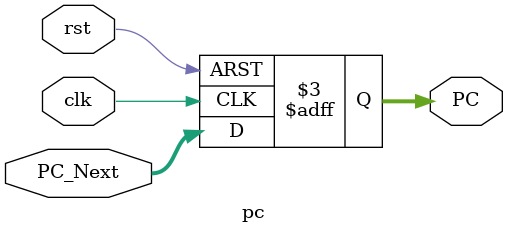
<source format=v>
`timescale 1ns / 1ps
module pc(
    input clk,                // Clock signal
    input rst,                // Reset signal (active low)
    input [31:0] PC_Next,     // Next PC value
    output reg [31:0] PC      // Current PC value
);
    always @(posedge clk or posedge rst) begin
        if (rst == 1'b1)      
            PC <= 32'b0;       
        else
            PC <= PC_Next;     
    end
endmodule
</source>
